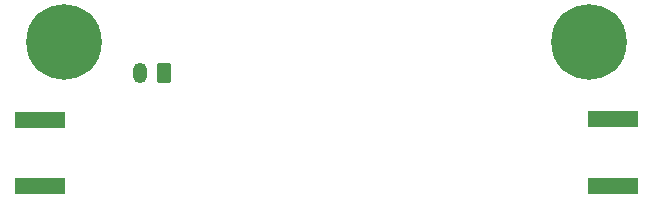
<source format=gbr>
%TF.GenerationSoftware,KiCad,Pcbnew,7.0.1*%
%TF.CreationDate,2023-04-01T22:12:37+02:00*%
%TF.ProjectId,OpenSPS_PCB,4f70656e-5350-4535-9f50-43422e6b6963,rev?*%
%TF.SameCoordinates,Original*%
%TF.FileFunction,Soldermask,Bot*%
%TF.FilePolarity,Negative*%
%FSLAX46Y46*%
G04 Gerber Fmt 4.6, Leading zero omitted, Abs format (unit mm)*
G04 Created by KiCad (PCBNEW 7.0.1) date 2023-04-01 22:12:37*
%MOMM*%
%LPD*%
G01*
G04 APERTURE LIST*
G04 Aperture macros list*
%AMRoundRect*
0 Rectangle with rounded corners*
0 $1 Rounding radius*
0 $2 $3 $4 $5 $6 $7 $8 $9 X,Y pos of 4 corners*
0 Add a 4 corners polygon primitive as box body*
4,1,4,$2,$3,$4,$5,$6,$7,$8,$9,$2,$3,0*
0 Add four circle primitives for the rounded corners*
1,1,$1+$1,$2,$3*
1,1,$1+$1,$4,$5*
1,1,$1+$1,$6,$7*
1,1,$1+$1,$8,$9*
0 Add four rect primitives between the rounded corners*
20,1,$1+$1,$2,$3,$4,$5,0*
20,1,$1+$1,$4,$5,$6,$7,0*
20,1,$1+$1,$6,$7,$8,$9,0*
20,1,$1+$1,$8,$9,$2,$3,0*%
G04 Aperture macros list end*
%ADD10C,6.400000*%
%ADD11RoundRect,0.250000X0.350000X0.625000X-0.350000X0.625000X-0.350000X-0.625000X0.350000X-0.625000X0*%
%ADD12O,1.200000X1.750000*%
%ADD13R,4.200000X1.350000*%
G04 APERTURE END LIST*
D10*
%TO.C,H2*%
X153400000Y-102000000D03*
%TD*%
D11*
%TO.C,VCC/GND*%
X117400000Y-104600000D03*
D12*
X115400000Y-104600000D03*
%TD*%
D13*
%TO.C,Ref in*%
X106962500Y-114225000D03*
X106962500Y-108575000D03*
%TD*%
%TO.C,Laser out*%
X155412500Y-114175000D03*
X155412500Y-108525000D03*
%TD*%
D10*
%TO.C,H1*%
X109000000Y-102000000D03*
%TD*%
M02*

</source>
